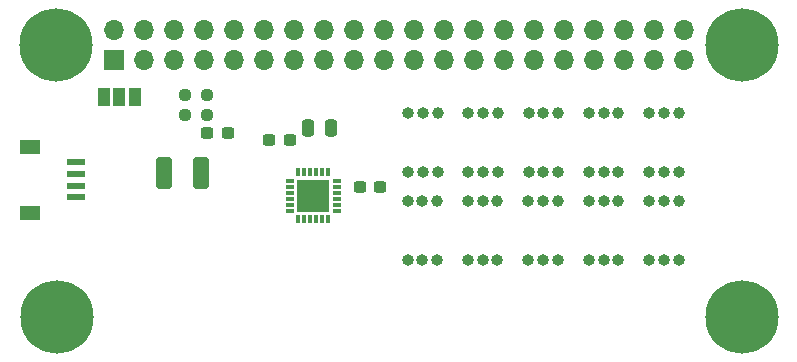
<source format=gbr>
%TF.GenerationSoftware,KiCad,Pcbnew,7.0.9*%
%TF.CreationDate,2023-11-18T01:38:35+02:00*%
%TF.ProjectId,MicroBars,4d696372-6f42-4617-9273-2e6b69636164,rev?*%
%TF.SameCoordinates,Original*%
%TF.FileFunction,Soldermask,Top*%
%TF.FilePolarity,Negative*%
%FSLAX46Y46*%
G04 Gerber Fmt 4.6, Leading zero omitted, Abs format (unit mm)*
G04 Created by KiCad (PCBNEW 7.0.9) date 2023-11-18 01:38:35*
%MOMM*%
%LPD*%
G01*
G04 APERTURE LIST*
G04 Aperture macros list*
%AMRoundRect*
0 Rectangle with rounded corners*
0 $1 Rounding radius*
0 $2 $3 $4 $5 $6 $7 $8 $9 X,Y pos of 4 corners*
0 Add a 4 corners polygon primitive as box body*
4,1,4,$2,$3,$4,$5,$6,$7,$8,$9,$2,$3,0*
0 Add four circle primitives for the rounded corners*
1,1,$1+$1,$2,$3*
1,1,$1+$1,$4,$5*
1,1,$1+$1,$6,$7*
1,1,$1+$1,$8,$9*
0 Add four rect primitives between the rounded corners*
20,1,$1+$1,$2,$3,$4,$5,0*
20,1,$1+$1,$4,$5,$6,$7,0*
20,1,$1+$1,$6,$7,$8,$9,0*
20,1,$1+$1,$8,$9,$2,$3,0*%
G04 Aperture macros list end*
%ADD10R,1.000000X1.500000*%
%ADD11C,1.000000*%
%ADD12O,1.000000X1.000000*%
%ADD13RoundRect,0.237500X0.250000X0.237500X-0.250000X0.237500X-0.250000X-0.237500X0.250000X-0.237500X0*%
%ADD14RoundRect,0.237500X0.300000X0.237500X-0.300000X0.237500X-0.300000X-0.237500X0.300000X-0.237500X0*%
%ADD15C,6.200000*%
%ADD16R,1.550000X0.600000*%
%ADD17R,1.800000X1.200000*%
%ADD18RoundRect,0.237500X-0.300000X-0.237500X0.300000X-0.237500X0.300000X0.237500X-0.300000X0.237500X0*%
%ADD19R,0.800000X0.300000*%
%ADD20R,0.300000X0.800000*%
%ADD21R,2.800000X2.800000*%
%ADD22RoundRect,0.250000X-0.250000X-0.475000X0.250000X-0.475000X0.250000X0.475000X-0.250000X0.475000X0*%
%ADD23RoundRect,0.250000X-0.412500X-1.100000X0.412500X-1.100000X0.412500X1.100000X-0.412500X1.100000X0*%
%ADD24R,1.700000X1.700000*%
%ADD25O,1.700000X1.700000*%
G04 APERTURE END LIST*
D10*
%TO.C,pwr*%
X110600000Y-116800000D03*
X109300000Y-116800000D03*
X108000000Y-116800000D03*
%TD*%
D11*
%TO.C,ALS6*%
X156653000Y-118175500D03*
D12*
X156653000Y-123175500D03*
X155403000Y-123175500D03*
X154153000Y-123175500D03*
X154153000Y-118175500D03*
X155403000Y-118175500D03*
%TD*%
D13*
%TO.C,R1*%
X116712500Y-118310000D03*
X114887500Y-118310000D03*
%TD*%
D11*
%TO.C,ALS5*%
X136200000Y-125625500D03*
D12*
X136200000Y-130625500D03*
X134950000Y-130625500D03*
X133700000Y-130625500D03*
X133700000Y-125625500D03*
X134950000Y-125625500D03*
%TD*%
D11*
%TO.C,ALS4*%
X141300500Y-125625500D03*
D12*
X141300500Y-130625500D03*
X140050500Y-130625500D03*
X138800500Y-130625500D03*
X138800500Y-125625500D03*
X140050500Y-125625500D03*
%TD*%
D14*
%TO.C,C4*%
X123725000Y-120400000D03*
X122000000Y-120400000D03*
%TD*%
D15*
%TO.C,*%
X162000000Y-112400000D03*
%TD*%
D16*
%TO.C,J2*%
X105600000Y-122300000D03*
X105600000Y-123300000D03*
X105600000Y-124300000D03*
X105600000Y-125300000D03*
D17*
X101725000Y-121000000D03*
X101725000Y-126600000D03*
%TD*%
D15*
%TO.C,*%
X162000000Y-135400000D03*
%TD*%
D11*
%TO.C,ALS3*%
X146400500Y-125625500D03*
D12*
X146400500Y-130625500D03*
X145150500Y-130625500D03*
X143900500Y-130625500D03*
X143900500Y-125625500D03*
X145150500Y-125625500D03*
%TD*%
D11*
%TO.C,ALS1*%
X156650500Y-125625500D03*
D12*
X156650500Y-130625500D03*
X155400500Y-130625500D03*
X154150500Y-130625500D03*
X154150500Y-125625500D03*
X155400500Y-125625500D03*
%TD*%
D15*
%TO.C,*%
X103900000Y-112400000D03*
%TD*%
D18*
%TO.C,C2*%
X116737500Y-119800000D03*
X118462500Y-119800000D03*
%TD*%
D19*
%TO.C,IC1*%
X127713000Y-126413000D03*
X127713000Y-125913000D03*
X127713000Y-125413000D03*
X127713000Y-124913000D03*
X127713000Y-124413000D03*
X127713000Y-123913000D03*
D20*
X126963000Y-123163000D03*
X126463000Y-123163000D03*
X125963000Y-123163000D03*
X125463000Y-123163000D03*
X124963000Y-123163000D03*
X124463000Y-123163000D03*
D19*
X123713000Y-123913000D03*
X123713000Y-124413000D03*
X123713000Y-124913000D03*
X123713000Y-125413000D03*
X123713000Y-125913000D03*
X123713000Y-126413000D03*
D20*
X124463000Y-127163000D03*
X124963000Y-127163000D03*
X125463000Y-127163000D03*
X125963000Y-127163000D03*
X126463000Y-127163000D03*
X126963000Y-127163000D03*
D21*
X125713000Y-125163000D03*
%TD*%
D22*
%TO.C,C1*%
X125300000Y-119400000D03*
X127200000Y-119400000D03*
%TD*%
D18*
%TO.C,C3*%
X129675000Y-124400000D03*
X131400000Y-124400000D03*
%TD*%
D11*
%TO.C,ALS9*%
X141351750Y-118175500D03*
D12*
X141351750Y-123175500D03*
X140101750Y-123175500D03*
X138851750Y-123175500D03*
X138851750Y-118175500D03*
X140101750Y-118175500D03*
%TD*%
D13*
%TO.C,R2*%
X116712500Y-116600000D03*
X114887500Y-116600000D03*
%TD*%
D11*
%TO.C,ALS8*%
X146453000Y-118175500D03*
D12*
X146453000Y-123175500D03*
X145203000Y-123175500D03*
X143953000Y-123175500D03*
X143953000Y-118175500D03*
X145203000Y-118175500D03*
%TD*%
D11*
%TO.C,ALS2*%
X151550500Y-125625500D03*
D12*
X151550500Y-130625500D03*
X150300500Y-130625500D03*
X149050500Y-130625500D03*
X149050500Y-125625500D03*
X150300500Y-125625500D03*
%TD*%
D11*
%TO.C,ALS7*%
X151553000Y-118175500D03*
D12*
X151553000Y-123175500D03*
X150303000Y-123175500D03*
X149053000Y-123175500D03*
X149053000Y-118175500D03*
X150303000Y-118175500D03*
%TD*%
D15*
%TO.C,*%
X104000000Y-135400000D03*
%TD*%
D11*
%TO.C,ALS10*%
X136251750Y-118175500D03*
D12*
X136251750Y-123175500D03*
X135001750Y-123175500D03*
X133751750Y-123175500D03*
X133751750Y-118175500D03*
X135001750Y-118175500D03*
%TD*%
D23*
%TO.C,C5*%
X113075000Y-123200000D03*
X116200000Y-123200000D03*
%TD*%
D24*
%TO.C,J1*%
X108870000Y-113670000D03*
D25*
X108870000Y-111130000D03*
X111410000Y-113670000D03*
X111410000Y-111130000D03*
X113950000Y-113670000D03*
X113950000Y-111130000D03*
X116490000Y-113670000D03*
X116490000Y-111130000D03*
X119030000Y-113670000D03*
X119030000Y-111130000D03*
X121570000Y-113670000D03*
X121570000Y-111130000D03*
X124110000Y-113670000D03*
X124110000Y-111130000D03*
X126650000Y-113670000D03*
X126650000Y-111130000D03*
X129190000Y-113670000D03*
X129190000Y-111130000D03*
X131730000Y-113670000D03*
X131730000Y-111130000D03*
X134270000Y-113670000D03*
X134270000Y-111130000D03*
X136810000Y-113670000D03*
X136810000Y-111130000D03*
X139350000Y-113670000D03*
X139350000Y-111130000D03*
X141890000Y-113670000D03*
X141890000Y-111130000D03*
X144430000Y-113670000D03*
X144430000Y-111130000D03*
X146970000Y-113670000D03*
X146970000Y-111130000D03*
X149510000Y-113670000D03*
X149510000Y-111130000D03*
X152050000Y-113670000D03*
X152050000Y-111130000D03*
X154590000Y-113670000D03*
X154590000Y-111130000D03*
X157130000Y-113670000D03*
X157130000Y-111130000D03*
%TD*%
M02*

</source>
